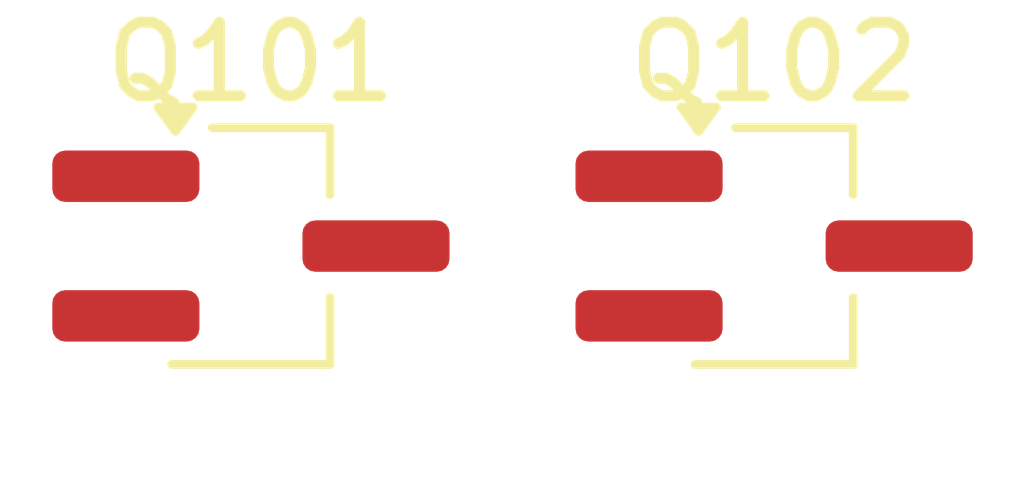
<source format=kicad_pcb>
(kicad_pcb (version 20240108) (generator "pcbnew") (generator_version "8.0")
  (layers (0 "F.Cu" signal) (31 "B.Cu" signal) (34 "B.Paste" user) (35 "F.Paste" user) (36 "B.SilkS" user "B.Silkscreen") (37 "F.SilkS" user "F.Silkscreen") (38 "B.Mask" user) (39 "F.Mask" user) (44 "Edge.Cuts" user))
  (net 0 "")
  (net 1 "/AMP_FUNC0")
  (net 2 "/FUNC0")
  (net 3 "GND")
  (net 4 "/FUNC1")
  (net 5 "/AMP_FUNC1")
  (footprint "Package_TO_SOT_SMD:SOT-23W_Handsoldering" (layer "F.Cu") (at 71.96 39.624)
    (property "Reference" "Q101" (at 0 -2.5 0) (layer "F.SilkS"))
    (property "Value" "AO3400A")
    (fp_line (start -1.075 1.61) (end 1.075 1.61) (stroke (width 0.12)) (layer "F.SilkS"))
    (fp_line (start -0.525 -1.61) (end 1.075 -1.61) (stroke (width 0.12)) (layer "F.SilkS"))
    (fp_line (start 1.075 -1.6) (end 1.075 -0.7) (stroke (width 0.12)) (layer "F.SilkS"))
    (fp_line (start 1.075 0.7) (end 1.075 1.61) (stroke (width 0.12)) (layer "F.SilkS"))
    (fp_poly (pts (xy -1.025 -1.56) (xy -1.265 -1.89) (xy -0.785 -1.89) (xy -1.025 -1.56)) (stroke (width 0.12)) (fill solid) (layer "F.SilkS"))
    (pad "1" smd roundrect (at -1.7 -0.95) (size 2 0.7) (layers "F.Cu" "F.Paste" "F.Mask") (net 2 "/FUNC0"))
    (pad "2" smd roundrect (at -1.7 0.95) (size 2 0.7) (layers "F.Cu" "F.Paste" "F.Mask") (net 3 "GND"))
    (pad "3" smd roundrect (at 1.7 0) (size 2 0.7) (layers "F.Cu" "F.Paste" "F.Mask") (net 1 "/AMP_FUNC0"))
  )
  (footprint "Package_TO_SOT_SMD:SOT-23W_Handsoldering" (layer "F.Cu") (at 79.072 39.624)
    (property "Reference" "Q102" (at 0 -2.5 0) (layer "F.SilkS"))
    (property "Value" "AO3400A")
    (fp_line (start -1.075 1.61) (end 1.075 1.61) (stroke (width 0.12)) (layer "F.SilkS"))
    (fp_line (start -0.525 -1.61) (end 1.075 -1.61) (stroke (width 0.12)) (layer "F.SilkS"))
    (fp_line (start 1.075 -1.6) (end 1.075 -0.7) (stroke (width 0.12)) (layer "F.SilkS"))
    (fp_line (start 1.075 0.7) (end 1.075 1.61) (stroke (width 0.12)) (layer "F.SilkS"))
    (fp_poly (pts (xy -1.025 -1.56) (xy -1.265 -1.89) (xy -0.785 -1.89) (xy -1.025 -1.56)) (stroke (width 0.12)) (fill solid) (layer "F.SilkS"))
    (pad "1" smd roundrect (at -1.7 -0.95) (size 2 0.7) (layers "F.Cu" "F.Paste" "F.Mask") (net 4 "/FUNC1"))
    (pad "2" smd roundrect (at -1.7 0.95) (size 2 0.7) (layers "F.Cu" "F.Paste" "F.Mask") (net 3 "GND"))
    (pad "3" smd roundrect (at 1.7 0) (size 2 0.7) (layers "F.Cu" "F.Paste" "F.Mask") (net 5 "/AMP_FUNC1"))
  )
)
</source>
